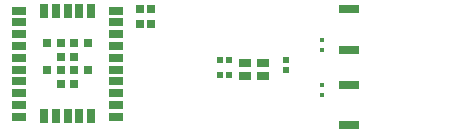
<source format=gtp>
G04*
G04 #@! TF.GenerationSoftware,Altium Limited,Altium Designer,21.6.4 (81)*
G04*
G04 Layer_Color=8421504*
%FSLAX44Y44*%
%MOMM*%
G71*
G04*
G04 #@! TF.SameCoordinates,EAB3D259-4ACE-4868-9577-5A2B5B6BA7EE*
G04*
G04*
G04 #@! TF.FilePolarity,Positive*
G04*
G01*
G75*
G04:AMPARAMS|DCode=15|XSize=1.15mm|YSize=0.7mm|CornerRadius=0.035mm|HoleSize=0mm|Usage=FLASHONLY|Rotation=180.000|XOffset=0mm|YOffset=0mm|HoleType=Round|Shape=RoundedRectangle|*
%AMROUNDEDRECTD15*
21,1,1.1500,0.6300,0,0,180.0*
21,1,1.0800,0.7000,0,0,180.0*
1,1,0.0700,-0.5400,0.3150*
1,1,0.0700,0.5400,0.3150*
1,1,0.0700,0.5400,-0.3150*
1,1,0.0700,-0.5400,-0.3150*
%
%ADD15ROUNDEDRECTD15*%
G04:AMPARAMS|DCode=16|XSize=1.15mm|YSize=0.7mm|CornerRadius=0.035mm|HoleSize=0mm|Usage=FLASHONLY|Rotation=90.000|XOffset=0mm|YOffset=0mm|HoleType=Round|Shape=RoundedRectangle|*
%AMROUNDEDRECTD16*
21,1,1.1500,0.6300,0,0,90.0*
21,1,1.0800,0.7000,0,0,90.0*
1,1,0.0700,0.3150,0.5400*
1,1,0.0700,0.3150,-0.5400*
1,1,0.0700,-0.3150,-0.5400*
1,1,0.0700,-0.3150,0.5400*
%
%ADD16ROUNDEDRECTD16*%
%ADD17R,0.7000X0.7000*%
%ADD18C,0.0100*%
%ADD19R,1.0000X0.8000*%
%ADD20R,0.7800X0.7400*%
%ADD21R,1.7000X0.8000*%
%ADD22R,0.5200X0.5500*%
%ADD23R,0.5500X0.5200*%
%ADD24R,0.3500X0.3600*%
D15*
X92250Y87000D02*
D03*
Y97000D02*
D03*
Y107000D02*
D03*
Y117000D02*
D03*
Y127000D02*
D03*
Y137000D02*
D03*
Y147000D02*
D03*
Y157000D02*
D03*
Y167000D02*
D03*
Y177000D02*
D03*
X9750D02*
D03*
Y167000D02*
D03*
Y157000D02*
D03*
Y147000D02*
D03*
Y137000D02*
D03*
Y127000D02*
D03*
Y117000D02*
D03*
Y107000D02*
D03*
Y97000D02*
D03*
Y87000D02*
D03*
D16*
X31000Y176250D02*
D03*
X41000D02*
D03*
X51000D02*
D03*
X61000D02*
D03*
X71000D02*
D03*
Y87750D02*
D03*
X61000D02*
D03*
X51000D02*
D03*
X41000D02*
D03*
X31000D02*
D03*
D17*
X68250Y149250D02*
D03*
X56750D02*
D03*
X45250D02*
D03*
X33750D02*
D03*
Y126250D02*
D03*
X45250Y137750D02*
D03*
X56750D02*
D03*
Y114750D02*
D03*
X68250Y126250D02*
D03*
X56750D02*
D03*
X45250D02*
D03*
Y114750D02*
D03*
D18*
X381350Y76900D02*
D03*
X368650D02*
D03*
X381350Y89600D02*
D03*
X368650D02*
D03*
X381350Y102300D02*
D03*
X368650D02*
D03*
D19*
X216500Y132500D02*
D03*
X201500D02*
D03*
Y121500D02*
D03*
X216500D02*
D03*
D20*
X112100Y166000D02*
D03*
X121900D02*
D03*
Y178000D02*
D03*
X112100D02*
D03*
D21*
X289000Y144000D02*
D03*
Y178000D02*
D03*
Y114000D02*
D03*
Y80000D02*
D03*
D22*
X188000Y122000D02*
D03*
X180000D02*
D03*
X188000Y135000D02*
D03*
X180000D02*
D03*
D23*
X236000Y135000D02*
D03*
Y127000D02*
D03*
D24*
X266000Y152200D02*
D03*
Y143800D02*
D03*
X266000Y105800D02*
D03*
Y114200D02*
D03*
M02*

</source>
